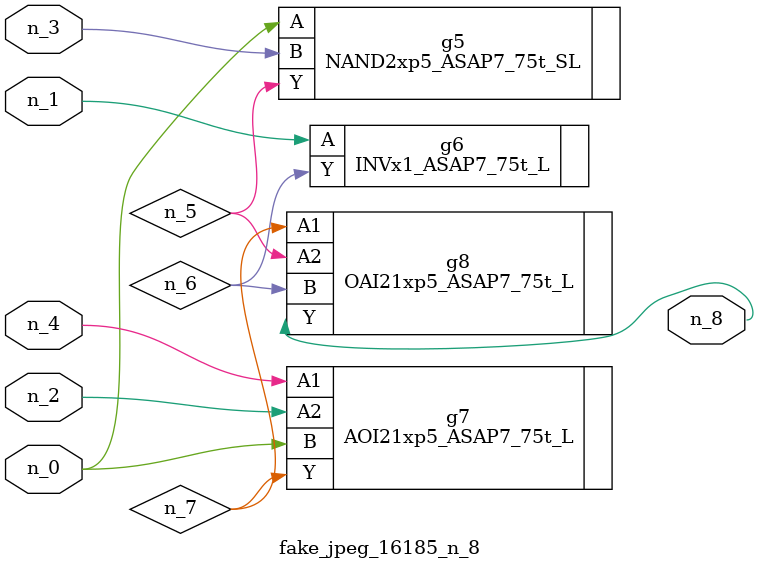
<source format=v>
module fake_jpeg_16185_n_8 (n_3, n_2, n_1, n_0, n_4, n_8);

input n_3;
input n_2;
input n_1;
input n_0;
input n_4;

output n_8;

wire n_6;
wire n_5;
wire n_7;

NAND2xp5_ASAP7_75t_SL g5 ( 
.A(n_0),
.B(n_3),
.Y(n_5)
);

INVx1_ASAP7_75t_L g6 ( 
.A(n_1),
.Y(n_6)
);

AOI21xp5_ASAP7_75t_L g7 ( 
.A1(n_4),
.A2(n_2),
.B(n_0),
.Y(n_7)
);

OAI21xp5_ASAP7_75t_L g8 ( 
.A1(n_7),
.A2(n_5),
.B(n_6),
.Y(n_8)
);


endmodule
</source>
